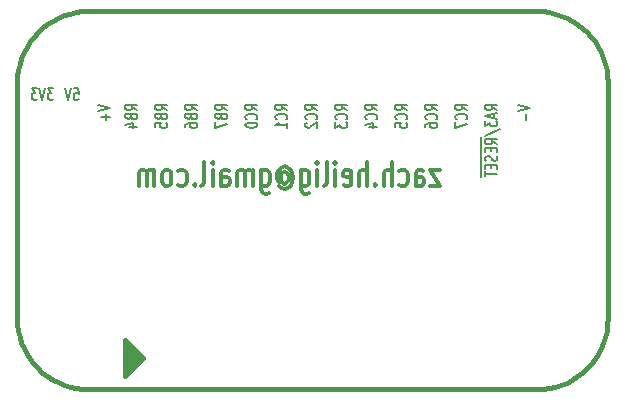
<source format=gbo>
G04 (created by PCBNEW-RS274X (2012-01-19 BZR 3256)-stable) date 5/11/2012 7:46:45 PM*
G01*
G70*
G90*
%MOIN*%
G04 Gerber Fmt 3.4, Leading zero omitted, Abs format*
%FSLAX34Y34*%
G04 APERTURE LIST*
%ADD10C,0.006000*%
%ADD11C,0.005900*%
%ADD12C,0.015000*%
%ADD13C,0.012000*%
%ADD14R,0.088000X0.088000*%
%ADD15C,0.088000*%
%ADD16C,0.098700*%
%ADD17C,0.055400*%
G04 APERTURE END LIST*
G54D10*
G54D11*
X52056Y-26265D02*
X52197Y-26265D01*
X52211Y-26453D01*
X52197Y-26434D01*
X52169Y-26416D01*
X52098Y-26416D01*
X52070Y-26434D01*
X52056Y-26453D01*
X52042Y-26491D01*
X52042Y-26584D01*
X52056Y-26622D01*
X52070Y-26641D01*
X52098Y-26659D01*
X52169Y-26659D01*
X52197Y-26641D01*
X52211Y-26622D01*
X51958Y-26265D02*
X51860Y-26659D01*
X51761Y-26265D01*
X51365Y-26265D02*
X51182Y-26265D01*
X51281Y-26416D01*
X51238Y-26416D01*
X51210Y-26434D01*
X51196Y-26453D01*
X51182Y-26491D01*
X51182Y-26584D01*
X51196Y-26622D01*
X51210Y-26641D01*
X51238Y-26659D01*
X51323Y-26659D01*
X51351Y-26641D01*
X51365Y-26622D01*
X51098Y-26265D02*
X51000Y-26659D01*
X50901Y-26265D01*
X50831Y-26265D02*
X50648Y-26265D01*
X50747Y-26416D01*
X50704Y-26416D01*
X50676Y-26434D01*
X50662Y-26453D01*
X50648Y-26491D01*
X50648Y-26584D01*
X50662Y-26622D01*
X50676Y-26641D01*
X50704Y-26659D01*
X50789Y-26659D01*
X50817Y-26641D01*
X50831Y-26622D01*
G54D12*
X53950Y-35350D02*
X54000Y-35300D01*
X53950Y-35150D02*
X53950Y-35350D01*
X54050Y-35250D02*
X53950Y-35150D01*
X53850Y-34900D02*
X54200Y-35250D01*
X53850Y-35600D02*
X53850Y-34900D01*
X54200Y-35250D02*
X53850Y-35600D01*
X53750Y-35850D02*
X54350Y-35250D01*
X53750Y-34650D02*
X53750Y-35850D01*
X54350Y-35250D02*
X53750Y-34650D01*
G54D13*
X64243Y-28990D02*
X63929Y-28990D01*
X64243Y-29524D01*
X63929Y-29524D01*
X63443Y-29524D02*
X63443Y-29105D01*
X63472Y-29029D01*
X63529Y-28990D01*
X63643Y-28990D01*
X63700Y-29029D01*
X63443Y-29486D02*
X63500Y-29524D01*
X63643Y-29524D01*
X63700Y-29486D01*
X63729Y-29410D01*
X63729Y-29333D01*
X63700Y-29257D01*
X63643Y-29219D01*
X63500Y-29219D01*
X63443Y-29181D01*
X62900Y-29486D02*
X62957Y-29524D01*
X63071Y-29524D01*
X63129Y-29486D01*
X63157Y-29448D01*
X63186Y-29371D01*
X63186Y-29143D01*
X63157Y-29067D01*
X63129Y-29029D01*
X63071Y-28990D01*
X62957Y-28990D01*
X62900Y-29029D01*
X62643Y-29524D02*
X62643Y-28724D01*
X62386Y-29524D02*
X62386Y-29105D01*
X62415Y-29029D01*
X62472Y-28990D01*
X62557Y-28990D01*
X62615Y-29029D01*
X62643Y-29067D01*
X62100Y-29448D02*
X62072Y-29486D01*
X62100Y-29524D01*
X62129Y-29486D01*
X62100Y-29448D01*
X62100Y-29524D01*
X61814Y-29524D02*
X61814Y-28724D01*
X61557Y-29524D02*
X61557Y-29105D01*
X61586Y-29029D01*
X61643Y-28990D01*
X61728Y-28990D01*
X61786Y-29029D01*
X61814Y-29067D01*
X61043Y-29486D02*
X61100Y-29524D01*
X61214Y-29524D01*
X61271Y-29486D01*
X61300Y-29410D01*
X61300Y-29105D01*
X61271Y-29029D01*
X61214Y-28990D01*
X61100Y-28990D01*
X61043Y-29029D01*
X61014Y-29105D01*
X61014Y-29181D01*
X61300Y-29257D01*
X60757Y-29524D02*
X60757Y-28990D01*
X60757Y-28724D02*
X60786Y-28762D01*
X60757Y-28800D01*
X60729Y-28762D01*
X60757Y-28724D01*
X60757Y-28800D01*
X60385Y-29524D02*
X60443Y-29486D01*
X60471Y-29410D01*
X60471Y-28724D01*
X60157Y-29524D02*
X60157Y-28990D01*
X60157Y-28724D02*
X60186Y-28762D01*
X60157Y-28800D01*
X60129Y-28762D01*
X60157Y-28724D01*
X60157Y-28800D01*
X59614Y-28990D02*
X59614Y-29638D01*
X59643Y-29714D01*
X59671Y-29752D01*
X59728Y-29790D01*
X59814Y-29790D01*
X59871Y-29752D01*
X59614Y-29486D02*
X59671Y-29524D01*
X59785Y-29524D01*
X59843Y-29486D01*
X59871Y-29448D01*
X59900Y-29371D01*
X59900Y-29143D01*
X59871Y-29067D01*
X59843Y-29029D01*
X59785Y-28990D01*
X59671Y-28990D01*
X59614Y-29029D01*
X58957Y-29143D02*
X58985Y-29105D01*
X59042Y-29067D01*
X59100Y-29067D01*
X59157Y-29105D01*
X59185Y-29143D01*
X59214Y-29219D01*
X59214Y-29295D01*
X59185Y-29371D01*
X59157Y-29410D01*
X59100Y-29448D01*
X59042Y-29448D01*
X58985Y-29410D01*
X58957Y-29371D01*
X58957Y-29067D02*
X58957Y-29371D01*
X58928Y-29410D01*
X58900Y-29410D01*
X58842Y-29371D01*
X58814Y-29295D01*
X58814Y-29105D01*
X58871Y-28990D01*
X58957Y-28914D01*
X59071Y-28876D01*
X59185Y-28914D01*
X59271Y-28990D01*
X59328Y-29105D01*
X59357Y-29257D01*
X59328Y-29410D01*
X59271Y-29524D01*
X59185Y-29600D01*
X59071Y-29638D01*
X58957Y-29600D01*
X58871Y-29524D01*
X58300Y-28990D02*
X58300Y-29638D01*
X58329Y-29714D01*
X58357Y-29752D01*
X58414Y-29790D01*
X58500Y-29790D01*
X58557Y-29752D01*
X58300Y-29486D02*
X58357Y-29524D01*
X58471Y-29524D01*
X58529Y-29486D01*
X58557Y-29448D01*
X58586Y-29371D01*
X58586Y-29143D01*
X58557Y-29067D01*
X58529Y-29029D01*
X58471Y-28990D01*
X58357Y-28990D01*
X58300Y-29029D01*
X58014Y-29524D02*
X58014Y-28990D01*
X58014Y-29067D02*
X57986Y-29029D01*
X57928Y-28990D01*
X57843Y-28990D01*
X57786Y-29029D01*
X57757Y-29105D01*
X57757Y-29524D01*
X57757Y-29105D02*
X57728Y-29029D01*
X57671Y-28990D01*
X57586Y-28990D01*
X57528Y-29029D01*
X57500Y-29105D01*
X57500Y-29524D01*
X56957Y-29524D02*
X56957Y-29105D01*
X56986Y-29029D01*
X57043Y-28990D01*
X57157Y-28990D01*
X57214Y-29029D01*
X56957Y-29486D02*
X57014Y-29524D01*
X57157Y-29524D01*
X57214Y-29486D01*
X57243Y-29410D01*
X57243Y-29333D01*
X57214Y-29257D01*
X57157Y-29219D01*
X57014Y-29219D01*
X56957Y-29181D01*
X56671Y-29524D02*
X56671Y-28990D01*
X56671Y-28724D02*
X56700Y-28762D01*
X56671Y-28800D01*
X56643Y-28762D01*
X56671Y-28724D01*
X56671Y-28800D01*
X56299Y-29524D02*
X56357Y-29486D01*
X56385Y-29410D01*
X56385Y-28724D01*
X56071Y-29448D02*
X56043Y-29486D01*
X56071Y-29524D01*
X56100Y-29486D01*
X56071Y-29448D01*
X56071Y-29524D01*
X55528Y-29486D02*
X55585Y-29524D01*
X55699Y-29524D01*
X55757Y-29486D01*
X55785Y-29448D01*
X55814Y-29371D01*
X55814Y-29143D01*
X55785Y-29067D01*
X55757Y-29029D01*
X55699Y-28990D01*
X55585Y-28990D01*
X55528Y-29029D01*
X55185Y-29524D02*
X55243Y-29486D01*
X55271Y-29448D01*
X55300Y-29371D01*
X55300Y-29143D01*
X55271Y-29067D01*
X55243Y-29029D01*
X55185Y-28990D01*
X55100Y-28990D01*
X55043Y-29029D01*
X55014Y-29067D01*
X54985Y-29143D01*
X54985Y-29371D01*
X55014Y-29448D01*
X55043Y-29486D01*
X55100Y-29524D01*
X55185Y-29524D01*
X54728Y-29524D02*
X54728Y-28990D01*
X54728Y-29067D02*
X54700Y-29029D01*
X54642Y-28990D01*
X54557Y-28990D01*
X54500Y-29029D01*
X54471Y-29105D01*
X54471Y-29524D01*
X54471Y-29105D02*
X54442Y-29029D01*
X54385Y-28990D01*
X54300Y-28990D01*
X54242Y-29029D01*
X54214Y-29105D01*
X54214Y-29524D01*
G54D11*
X65159Y-27004D02*
X64972Y-26905D01*
X65159Y-26835D02*
X64765Y-26835D01*
X64765Y-26948D01*
X64784Y-26976D01*
X64803Y-26990D01*
X64841Y-27004D01*
X64897Y-27004D01*
X64934Y-26990D01*
X64953Y-26976D01*
X64972Y-26948D01*
X64972Y-26835D01*
X65122Y-27299D02*
X65141Y-27285D01*
X65159Y-27243D01*
X65159Y-27215D01*
X65141Y-27172D01*
X65103Y-27144D01*
X65066Y-27130D01*
X64991Y-27116D01*
X64934Y-27116D01*
X64859Y-27130D01*
X64822Y-27144D01*
X64784Y-27172D01*
X64765Y-27215D01*
X64765Y-27243D01*
X64784Y-27285D01*
X64803Y-27299D01*
X64765Y-27397D02*
X64765Y-27594D01*
X65159Y-27467D01*
X55159Y-27004D02*
X54972Y-26905D01*
X55159Y-26835D02*
X54765Y-26835D01*
X54765Y-26948D01*
X54784Y-26976D01*
X54803Y-26990D01*
X54841Y-27004D01*
X54897Y-27004D01*
X54934Y-26990D01*
X54953Y-26976D01*
X54972Y-26948D01*
X54972Y-26835D01*
X54953Y-27229D02*
X54972Y-27271D01*
X54991Y-27285D01*
X55028Y-27299D01*
X55084Y-27299D01*
X55122Y-27285D01*
X55141Y-27271D01*
X55159Y-27243D01*
X55159Y-27130D01*
X54765Y-27130D01*
X54765Y-27229D01*
X54784Y-27257D01*
X54803Y-27271D01*
X54841Y-27285D01*
X54878Y-27285D01*
X54916Y-27271D01*
X54934Y-27257D01*
X54953Y-27229D01*
X54953Y-27130D01*
X54765Y-27566D02*
X54765Y-27425D01*
X54953Y-27411D01*
X54934Y-27425D01*
X54916Y-27453D01*
X54916Y-27524D01*
X54934Y-27552D01*
X54953Y-27566D01*
X54991Y-27580D01*
X55084Y-27580D01*
X55122Y-27566D01*
X55141Y-27552D01*
X55159Y-27524D01*
X55159Y-27453D01*
X55141Y-27425D01*
X55122Y-27411D01*
X56159Y-27004D02*
X55972Y-26905D01*
X56159Y-26835D02*
X55765Y-26835D01*
X55765Y-26948D01*
X55784Y-26976D01*
X55803Y-26990D01*
X55841Y-27004D01*
X55897Y-27004D01*
X55934Y-26990D01*
X55953Y-26976D01*
X55972Y-26948D01*
X55972Y-26835D01*
X55953Y-27229D02*
X55972Y-27271D01*
X55991Y-27285D01*
X56028Y-27299D01*
X56084Y-27299D01*
X56122Y-27285D01*
X56141Y-27271D01*
X56159Y-27243D01*
X56159Y-27130D01*
X55765Y-27130D01*
X55765Y-27229D01*
X55784Y-27257D01*
X55803Y-27271D01*
X55841Y-27285D01*
X55878Y-27285D01*
X55916Y-27271D01*
X55934Y-27257D01*
X55953Y-27229D01*
X55953Y-27130D01*
X55765Y-27552D02*
X55765Y-27495D01*
X55784Y-27467D01*
X55803Y-27453D01*
X55859Y-27425D01*
X55934Y-27411D01*
X56084Y-27411D01*
X56122Y-27425D01*
X56141Y-27439D01*
X56159Y-27467D01*
X56159Y-27524D01*
X56141Y-27552D01*
X56122Y-27566D01*
X56084Y-27580D01*
X55991Y-27580D01*
X55953Y-27566D01*
X55934Y-27552D01*
X55916Y-27524D01*
X55916Y-27467D01*
X55934Y-27439D01*
X55953Y-27425D01*
X55991Y-27411D01*
X57159Y-27004D02*
X56972Y-26905D01*
X57159Y-26835D02*
X56765Y-26835D01*
X56765Y-26948D01*
X56784Y-26976D01*
X56803Y-26990D01*
X56841Y-27004D01*
X56897Y-27004D01*
X56934Y-26990D01*
X56953Y-26976D01*
X56972Y-26948D01*
X56972Y-26835D01*
X56953Y-27229D02*
X56972Y-27271D01*
X56991Y-27285D01*
X57028Y-27299D01*
X57084Y-27299D01*
X57122Y-27285D01*
X57141Y-27271D01*
X57159Y-27243D01*
X57159Y-27130D01*
X56765Y-27130D01*
X56765Y-27229D01*
X56784Y-27257D01*
X56803Y-27271D01*
X56841Y-27285D01*
X56878Y-27285D01*
X56916Y-27271D01*
X56934Y-27257D01*
X56953Y-27229D01*
X56953Y-27130D01*
X56765Y-27397D02*
X56765Y-27594D01*
X57159Y-27467D01*
X64159Y-27004D02*
X63972Y-26905D01*
X64159Y-26835D02*
X63765Y-26835D01*
X63765Y-26948D01*
X63784Y-26976D01*
X63803Y-26990D01*
X63841Y-27004D01*
X63897Y-27004D01*
X63934Y-26990D01*
X63953Y-26976D01*
X63972Y-26948D01*
X63972Y-26835D01*
X64122Y-27299D02*
X64141Y-27285D01*
X64159Y-27243D01*
X64159Y-27215D01*
X64141Y-27172D01*
X64103Y-27144D01*
X64066Y-27130D01*
X63991Y-27116D01*
X63934Y-27116D01*
X63859Y-27130D01*
X63822Y-27144D01*
X63784Y-27172D01*
X63765Y-27215D01*
X63765Y-27243D01*
X63784Y-27285D01*
X63803Y-27299D01*
X63765Y-27552D02*
X63765Y-27495D01*
X63784Y-27467D01*
X63803Y-27453D01*
X63859Y-27425D01*
X63934Y-27411D01*
X64084Y-27411D01*
X64122Y-27425D01*
X64141Y-27439D01*
X64159Y-27467D01*
X64159Y-27524D01*
X64141Y-27552D01*
X64122Y-27566D01*
X64084Y-27580D01*
X63991Y-27580D01*
X63953Y-27566D01*
X63934Y-27552D01*
X63916Y-27524D01*
X63916Y-27467D01*
X63934Y-27439D01*
X63953Y-27425D01*
X63991Y-27411D01*
X61159Y-27004D02*
X60972Y-26905D01*
X61159Y-26835D02*
X60765Y-26835D01*
X60765Y-26948D01*
X60784Y-26976D01*
X60803Y-26990D01*
X60841Y-27004D01*
X60897Y-27004D01*
X60934Y-26990D01*
X60953Y-26976D01*
X60972Y-26948D01*
X60972Y-26835D01*
X61122Y-27299D02*
X61141Y-27285D01*
X61159Y-27243D01*
X61159Y-27215D01*
X61141Y-27172D01*
X61103Y-27144D01*
X61066Y-27130D01*
X60991Y-27116D01*
X60934Y-27116D01*
X60859Y-27130D01*
X60822Y-27144D01*
X60784Y-27172D01*
X60765Y-27215D01*
X60765Y-27243D01*
X60784Y-27285D01*
X60803Y-27299D01*
X60765Y-27397D02*
X60765Y-27580D01*
X60916Y-27481D01*
X60916Y-27524D01*
X60934Y-27552D01*
X60953Y-27566D01*
X60991Y-27580D01*
X61084Y-27580D01*
X61122Y-27566D01*
X61141Y-27552D01*
X61159Y-27524D01*
X61159Y-27439D01*
X61141Y-27411D01*
X61122Y-27397D01*
X62159Y-27004D02*
X61972Y-26905D01*
X62159Y-26835D02*
X61765Y-26835D01*
X61765Y-26948D01*
X61784Y-26976D01*
X61803Y-26990D01*
X61841Y-27004D01*
X61897Y-27004D01*
X61934Y-26990D01*
X61953Y-26976D01*
X61972Y-26948D01*
X61972Y-26835D01*
X62122Y-27299D02*
X62141Y-27285D01*
X62159Y-27243D01*
X62159Y-27215D01*
X62141Y-27172D01*
X62103Y-27144D01*
X62066Y-27130D01*
X61991Y-27116D01*
X61934Y-27116D01*
X61859Y-27130D01*
X61822Y-27144D01*
X61784Y-27172D01*
X61765Y-27215D01*
X61765Y-27243D01*
X61784Y-27285D01*
X61803Y-27299D01*
X61897Y-27552D02*
X62159Y-27552D01*
X61747Y-27481D02*
X62028Y-27411D01*
X62028Y-27594D01*
X63159Y-27004D02*
X62972Y-26905D01*
X63159Y-26835D02*
X62765Y-26835D01*
X62765Y-26948D01*
X62784Y-26976D01*
X62803Y-26990D01*
X62841Y-27004D01*
X62897Y-27004D01*
X62934Y-26990D01*
X62953Y-26976D01*
X62972Y-26948D01*
X62972Y-26835D01*
X63122Y-27299D02*
X63141Y-27285D01*
X63159Y-27243D01*
X63159Y-27215D01*
X63141Y-27172D01*
X63103Y-27144D01*
X63066Y-27130D01*
X62991Y-27116D01*
X62934Y-27116D01*
X62859Y-27130D01*
X62822Y-27144D01*
X62784Y-27172D01*
X62765Y-27215D01*
X62765Y-27243D01*
X62784Y-27285D01*
X62803Y-27299D01*
X62765Y-27566D02*
X62765Y-27425D01*
X62953Y-27411D01*
X62934Y-27425D01*
X62916Y-27453D01*
X62916Y-27524D01*
X62934Y-27552D01*
X62953Y-27566D01*
X62991Y-27580D01*
X63084Y-27580D01*
X63122Y-27566D01*
X63141Y-27552D01*
X63159Y-27524D01*
X63159Y-27453D01*
X63141Y-27425D01*
X63122Y-27411D01*
X66159Y-27003D02*
X65972Y-26904D01*
X66159Y-26834D02*
X65765Y-26834D01*
X65765Y-26947D01*
X65784Y-26975D01*
X65803Y-26989D01*
X65841Y-27003D01*
X65897Y-27003D01*
X65934Y-26989D01*
X65953Y-26975D01*
X65972Y-26947D01*
X65972Y-26834D01*
X66047Y-27115D02*
X66047Y-27256D01*
X66159Y-27087D02*
X65765Y-27185D01*
X66159Y-27284D01*
X65765Y-27354D02*
X65765Y-27537D01*
X65916Y-27438D01*
X65916Y-27481D01*
X65934Y-27509D01*
X65953Y-27523D01*
X65991Y-27537D01*
X66084Y-27537D01*
X66122Y-27523D01*
X66141Y-27509D01*
X66159Y-27481D01*
X66159Y-27396D01*
X66141Y-27368D01*
X66122Y-27354D01*
X65747Y-27874D02*
X66253Y-27621D01*
X66159Y-28141D02*
X65972Y-28042D01*
X66159Y-27972D02*
X65765Y-27972D01*
X65765Y-28085D01*
X65784Y-28113D01*
X65803Y-28127D01*
X65841Y-28141D01*
X65897Y-28141D01*
X65934Y-28127D01*
X65953Y-28113D01*
X65972Y-28085D01*
X65972Y-27972D01*
X65953Y-28267D02*
X65953Y-28366D01*
X66159Y-28408D02*
X66159Y-28267D01*
X65765Y-28267D01*
X65765Y-28408D01*
X66141Y-28520D02*
X66159Y-28562D01*
X66159Y-28633D01*
X66141Y-28661D01*
X66122Y-28675D01*
X66084Y-28689D01*
X66047Y-28689D01*
X66009Y-28675D01*
X65991Y-28661D01*
X65972Y-28633D01*
X65953Y-28576D01*
X65934Y-28548D01*
X65916Y-28534D01*
X65878Y-28520D01*
X65841Y-28520D01*
X65803Y-28534D01*
X65784Y-28548D01*
X65765Y-28576D01*
X65765Y-28647D01*
X65784Y-28689D01*
X65953Y-28815D02*
X65953Y-28914D01*
X66159Y-28956D02*
X66159Y-28815D01*
X65765Y-28815D01*
X65765Y-28956D01*
X65765Y-29040D02*
X65765Y-29209D01*
X66159Y-29124D02*
X65765Y-29124D01*
X65621Y-27902D02*
X65621Y-29237D01*
X52865Y-26819D02*
X53259Y-26917D01*
X52865Y-27016D01*
X53109Y-27114D02*
X53109Y-27339D01*
X53259Y-27227D02*
X52959Y-27227D01*
X54159Y-27004D02*
X53972Y-26905D01*
X54159Y-26835D02*
X53765Y-26835D01*
X53765Y-26948D01*
X53784Y-26976D01*
X53803Y-26990D01*
X53841Y-27004D01*
X53897Y-27004D01*
X53934Y-26990D01*
X53953Y-26976D01*
X53972Y-26948D01*
X53972Y-26835D01*
X53953Y-27229D02*
X53972Y-27271D01*
X53991Y-27285D01*
X54028Y-27299D01*
X54084Y-27299D01*
X54122Y-27285D01*
X54141Y-27271D01*
X54159Y-27243D01*
X54159Y-27130D01*
X53765Y-27130D01*
X53765Y-27229D01*
X53784Y-27257D01*
X53803Y-27271D01*
X53841Y-27285D01*
X53878Y-27285D01*
X53916Y-27271D01*
X53934Y-27257D01*
X53953Y-27229D01*
X53953Y-27130D01*
X53897Y-27552D02*
X54159Y-27552D01*
X53747Y-27481D02*
X54028Y-27411D01*
X54028Y-27594D01*
X60159Y-27004D02*
X59972Y-26905D01*
X60159Y-26835D02*
X59765Y-26835D01*
X59765Y-26948D01*
X59784Y-26976D01*
X59803Y-26990D01*
X59841Y-27004D01*
X59897Y-27004D01*
X59934Y-26990D01*
X59953Y-26976D01*
X59972Y-26948D01*
X59972Y-26835D01*
X60122Y-27299D02*
X60141Y-27285D01*
X60159Y-27243D01*
X60159Y-27215D01*
X60141Y-27172D01*
X60103Y-27144D01*
X60066Y-27130D01*
X59991Y-27116D01*
X59934Y-27116D01*
X59859Y-27130D01*
X59822Y-27144D01*
X59784Y-27172D01*
X59765Y-27215D01*
X59765Y-27243D01*
X59784Y-27285D01*
X59803Y-27299D01*
X59803Y-27411D02*
X59784Y-27425D01*
X59765Y-27453D01*
X59765Y-27524D01*
X59784Y-27552D01*
X59803Y-27566D01*
X59841Y-27580D01*
X59878Y-27580D01*
X59934Y-27566D01*
X60159Y-27397D01*
X60159Y-27580D01*
X59159Y-27004D02*
X58972Y-26905D01*
X59159Y-26835D02*
X58765Y-26835D01*
X58765Y-26948D01*
X58784Y-26976D01*
X58803Y-26990D01*
X58841Y-27004D01*
X58897Y-27004D01*
X58934Y-26990D01*
X58953Y-26976D01*
X58972Y-26948D01*
X58972Y-26835D01*
X59122Y-27299D02*
X59141Y-27285D01*
X59159Y-27243D01*
X59159Y-27215D01*
X59141Y-27172D01*
X59103Y-27144D01*
X59066Y-27130D01*
X58991Y-27116D01*
X58934Y-27116D01*
X58859Y-27130D01*
X58822Y-27144D01*
X58784Y-27172D01*
X58765Y-27215D01*
X58765Y-27243D01*
X58784Y-27285D01*
X58803Y-27299D01*
X59159Y-27580D02*
X59159Y-27411D01*
X59159Y-27495D02*
X58765Y-27495D01*
X58822Y-27467D01*
X58859Y-27439D01*
X58878Y-27411D01*
X58159Y-27004D02*
X57972Y-26905D01*
X58159Y-26835D02*
X57765Y-26835D01*
X57765Y-26948D01*
X57784Y-26976D01*
X57803Y-26990D01*
X57841Y-27004D01*
X57897Y-27004D01*
X57934Y-26990D01*
X57953Y-26976D01*
X57972Y-26948D01*
X57972Y-26835D01*
X58122Y-27299D02*
X58141Y-27285D01*
X58159Y-27243D01*
X58159Y-27215D01*
X58141Y-27172D01*
X58103Y-27144D01*
X58066Y-27130D01*
X57991Y-27116D01*
X57934Y-27116D01*
X57859Y-27130D01*
X57822Y-27144D01*
X57784Y-27172D01*
X57765Y-27215D01*
X57765Y-27243D01*
X57784Y-27285D01*
X57803Y-27299D01*
X57765Y-27481D02*
X57765Y-27510D01*
X57784Y-27538D01*
X57803Y-27552D01*
X57841Y-27566D01*
X57916Y-27580D01*
X58009Y-27580D01*
X58084Y-27566D01*
X58122Y-27552D01*
X58141Y-27538D01*
X58159Y-27510D01*
X58159Y-27481D01*
X58141Y-27453D01*
X58122Y-27439D01*
X58084Y-27425D01*
X58009Y-27411D01*
X57916Y-27411D01*
X57841Y-27425D01*
X57803Y-27439D01*
X57784Y-27453D01*
X57765Y-27481D01*
X66865Y-26819D02*
X67259Y-26917D01*
X66865Y-27016D01*
X67109Y-27114D02*
X67109Y-27339D01*
G54D12*
X50158Y-33937D02*
X50167Y-34142D01*
X50194Y-34347D01*
X50239Y-34548D01*
X50301Y-34744D01*
X50380Y-34935D01*
X50475Y-35117D01*
X50586Y-35291D01*
X50711Y-35455D01*
X50850Y-35607D01*
X51002Y-35746D01*
X51166Y-35871D01*
X51340Y-35982D01*
X51522Y-36077D01*
X51713Y-36156D01*
X51909Y-36218D01*
X52110Y-36263D01*
X52315Y-36290D01*
X52520Y-36299D01*
X69843Y-26063D02*
X69843Y-33937D01*
X50157Y-33937D02*
X50157Y-26063D01*
X67480Y-36300D02*
X67685Y-36291D01*
X67890Y-36264D01*
X68091Y-36219D01*
X68288Y-36157D01*
X68478Y-36078D01*
X68661Y-35983D01*
X68835Y-35872D01*
X68998Y-35747D01*
X69150Y-35607D01*
X69290Y-35455D01*
X69415Y-35292D01*
X69526Y-35118D01*
X69621Y-34935D01*
X69700Y-34745D01*
X69762Y-34548D01*
X69807Y-34347D01*
X69834Y-34142D01*
X69843Y-33937D01*
X52520Y-23701D02*
X67480Y-23701D01*
X52520Y-36299D02*
X67480Y-36299D01*
X69842Y-26063D02*
X69833Y-25858D01*
X69806Y-25653D01*
X69761Y-25452D01*
X69699Y-25256D01*
X69620Y-25065D01*
X69525Y-24883D01*
X69414Y-24709D01*
X69289Y-24545D01*
X69150Y-24393D01*
X68998Y-24254D01*
X68834Y-24129D01*
X68661Y-24018D01*
X68478Y-23923D01*
X68287Y-23844D01*
X68091Y-23782D01*
X67890Y-23737D01*
X67685Y-23710D01*
X67480Y-23701D01*
X52520Y-23700D02*
X52315Y-23709D01*
X52110Y-23736D01*
X51909Y-23781D01*
X51712Y-23843D01*
X51522Y-23922D01*
X51339Y-24017D01*
X51165Y-24128D01*
X51002Y-24253D01*
X50850Y-24393D01*
X50710Y-24545D01*
X50585Y-24708D01*
X50474Y-24882D01*
X50379Y-25065D01*
X50300Y-25255D01*
X50238Y-25452D01*
X50193Y-25653D01*
X50166Y-25858D01*
X50157Y-26063D01*
%LPC*%
G54D14*
X55000Y-35250D03*
G54D15*
X56000Y-35250D03*
X57000Y-35250D03*
X58000Y-35250D03*
X59000Y-35250D03*
X60000Y-35250D03*
X68000Y-27250D03*
X52000Y-27250D03*
X51000Y-27250D03*
X62000Y-35250D03*
G54D16*
X66315Y-33307D03*
X64393Y-33307D03*
G54D17*
X52217Y-31024D03*
X52217Y-32756D03*
G54D15*
X67000Y-25250D03*
X66000Y-25250D03*
X65000Y-25250D03*
X64000Y-25250D03*
X63000Y-25250D03*
X62000Y-25250D03*
X61000Y-25250D03*
X60000Y-25250D03*
X59000Y-25250D03*
X58000Y-25250D03*
X57000Y-25250D03*
X56000Y-25250D03*
X55000Y-25250D03*
X54000Y-25250D03*
X53000Y-25250D03*
X67000Y-26250D03*
X66000Y-26250D03*
X65000Y-26250D03*
X64000Y-26250D03*
X63000Y-26250D03*
X62000Y-26250D03*
X61000Y-26250D03*
X60000Y-26250D03*
X59000Y-26250D03*
X58000Y-26250D03*
X57000Y-26250D03*
X56000Y-26250D03*
X55000Y-26250D03*
X54000Y-26250D03*
X53000Y-26250D03*
M02*

</source>
